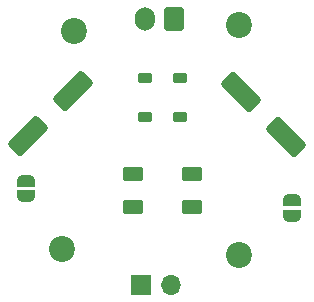
<source format=gbr>
%TF.GenerationSoftware,KiCad,Pcbnew,8.0.4*%
%TF.CreationDate,2025-06-18T18:59:25-07:00*%
%TF.ProjectId,Dyno_LED_PCB,44796e6f-5f4c-4454-945f-5043422e6b69,rev?*%
%TF.SameCoordinates,Original*%
%TF.FileFunction,Soldermask,Top*%
%TF.FilePolarity,Negative*%
%FSLAX46Y46*%
G04 Gerber Fmt 4.6, Leading zero omitted, Abs format (unit mm)*
G04 Created by KiCad (PCBNEW 8.0.4) date 2025-06-18 18:59:25*
%MOMM*%
%LPD*%
G01*
G04 APERTURE LIST*
G04 Aperture macros list*
%AMRoundRect*
0 Rectangle with rounded corners*
0 $1 Rounding radius*
0 $2 $3 $4 $5 $6 $7 $8 $9 X,Y pos of 4 corners*
0 Add a 4 corners polygon primitive as box body*
4,1,4,$2,$3,$4,$5,$6,$7,$8,$9,$2,$3,0*
0 Add four circle primitives for the rounded corners*
1,1,$1+$1,$2,$3*
1,1,$1+$1,$4,$5*
1,1,$1+$1,$6,$7*
1,1,$1+$1,$8,$9*
0 Add four rect primitives between the rounded corners*
20,1,$1+$1,$2,$3,$4,$5,0*
20,1,$1+$1,$4,$5,$6,$7,0*
20,1,$1+$1,$6,$7,$8,$9,0*
20,1,$1+$1,$8,$9,$2,$3,0*%
%AMFreePoly0*
4,1,19,0.500000,-0.750000,0.000000,-0.750000,0.000000,-0.744911,-0.071157,-0.744911,-0.207708,-0.704816,-0.327430,-0.627875,-0.420627,-0.520320,-0.479746,-0.390866,-0.500000,-0.250000,-0.500000,0.250000,-0.479746,0.390866,-0.420627,0.520320,-0.327430,0.627875,-0.207708,0.704816,-0.071157,0.744911,0.000000,0.744911,0.000000,0.750000,0.500000,0.750000,0.500000,-0.750000,0.500000,-0.750000,
$1*%
%AMFreePoly1*
4,1,19,0.000000,0.744911,0.071157,0.744911,0.207708,0.704816,0.327430,0.627875,0.420627,0.520320,0.479746,0.390866,0.500000,0.250000,0.500000,-0.250000,0.479746,-0.390866,0.420627,-0.520320,0.327430,-0.627875,0.207708,-0.704816,0.071157,-0.744911,0.000000,-0.744911,0.000000,-0.750000,-0.500000,-0.750000,-0.500000,0.750000,0.000000,0.750000,0.000000,0.744911,0.000000,0.744911,
$1*%
G04 Aperture macros list end*
%ADD10R,1.700000X1.700000*%
%ADD11O,1.700000X1.700000*%
%ADD12RoundRect,0.250000X0.625000X-0.375000X0.625000X0.375000X-0.625000X0.375000X-0.625000X-0.375000X0*%
%ADD13RoundRect,0.225000X0.375000X-0.225000X0.375000X0.225000X-0.375000X0.225000X-0.375000X-0.225000X0*%
%ADD14RoundRect,0.250000X-0.671751X-1.449569X1.449569X0.671751X0.671751X1.449569X-1.449569X-0.671751X0*%
%ADD15C,2.200000*%
%ADD16FreePoly0,90.000000*%
%ADD17FreePoly1,90.000000*%
%ADD18RoundRect,0.250000X-1.449569X0.671751X0.671751X-1.449569X1.449569X-0.671751X-0.671751X1.449569X0*%
%ADD19RoundRect,0.225000X-0.375000X0.225000X-0.375000X-0.225000X0.375000X-0.225000X0.375000X0.225000X0*%
%ADD20RoundRect,0.250000X0.600000X0.750000X-0.600000X0.750000X-0.600000X-0.750000X0.600000X-0.750000X0*%
%ADD21O,1.700000X2.000000*%
G04 APERTURE END LIST*
D10*
%TO.C,J2*%
X68725000Y-61000000D03*
D11*
X71265000Y-61000000D03*
%TD*%
D12*
%TO.C,D4*%
X73000000Y-54400000D03*
X73000000Y-51600000D03*
%TD*%
D13*
%TO.C,D1*%
X69000000Y-46800000D03*
X69000000Y-43500000D03*
%TD*%
D12*
%TO.C,D3*%
X68000000Y-54400000D03*
X68000000Y-51600000D03*
%TD*%
D14*
%TO.C,C1*%
X59090810Y-48409189D03*
X62909190Y-44590811D03*
%TD*%
D15*
%TO.C,H1*%
X62000000Y-58000000D03*
%TD*%
%TO.C,H3*%
X77000000Y-39000000D03*
%TD*%
D16*
%TO.C,JP2*%
X59000000Y-53500000D03*
D17*
X59000000Y-52200000D03*
%TD*%
D15*
%TO.C,H2*%
X77000000Y-58500000D03*
%TD*%
%TO.C,H4*%
X63000000Y-39500000D03*
%TD*%
D18*
%TO.C,C2*%
X77181622Y-44681619D03*
X81000000Y-48499999D03*
%TD*%
D16*
%TO.C,JP1*%
X81500002Y-55150001D03*
D17*
X81499998Y-53849999D03*
%TD*%
D19*
%TO.C,D2*%
X72000000Y-43500000D03*
X72000000Y-46800000D03*
%TD*%
D20*
%TO.C,J1*%
X71500000Y-38500000D03*
D21*
X69000000Y-38500000D03*
%TD*%
M02*

</source>
